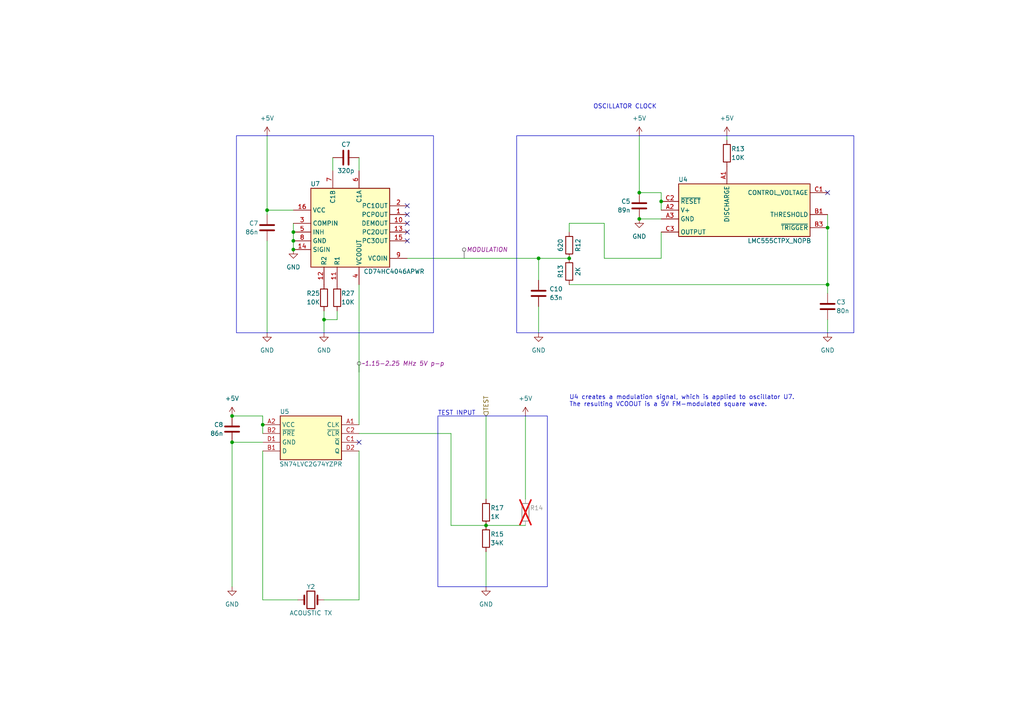
<source format=kicad_sch>
(kicad_sch (version 20230409) (generator eeschema)
  (paper "A4")
  (lib_symbols
    (symbol "Device:C" (pin_numbers hide) (pin_names (offset 0.254))
      (property "Reference" "C" (at 0.635 2.54 0))
      (property "Value" "C" (at 0.635 -2.54 0))
      (symbol "C_0_1"
        (polyline (pts (xy -2.032 -0.762) (xy 2.032 -0.762)) (stroke (width 0.508)))
        (polyline (pts (xy -2.032 0.762) (xy 2.032 0.762)) (stroke (width 0.508)))
      )
      (symbol "C_1_1"
        (pin passive line (at 0 3.81 270) (length 2.794) (name "~") (number "1"))
        (pin passive line (at 0 -3.81 90) (length 2.794) (name "~") (number "2"))
      )
    )
    (symbol "Device:Crystal" (pin_numbers hide) (pin_names (offset 1.016) hide)
      (property "Reference" "Y" (at 0 3.81 0))
      (property "Value" "Crystal" (at 0 -3.81 0))
      (symbol "Crystal_0_1"
        (rectangle (start -1.143 2.54) (end 1.143 -2.54) (stroke (width 0.3048)))
        (polyline (pts (xy -2.54 0) (xy -1.905 0)))
        (polyline (pts (xy -1.905 -1.27) (xy -1.905 1.27)) (stroke (width 0.508)))
        (polyline (pts (xy 1.905 -1.27) (xy 1.905 1.27)) (stroke (width 0.508)))
        (polyline (pts (xy 2.54 0) (xy 1.905 0)))
      )
      (symbol "Crystal_1_1"
        (pin passive line (at -3.81 0 0) (length 1.27) (name "1") (number "1"))
        (pin passive line (at 3.81 0 180) (length 1.27) (name "2") (number "2"))
      )
    )
    (symbol "Device:R" (pin_numbers hide) (pin_names (offset 0))
      (property "Reference" "R" (at 2.032 0 90))
      (property "Value" "R" (at 0 0 90))
      (symbol "R_0_1"
        (rectangle (start -1.016 -2.54) (end 1.016 2.54) (stroke (width 0.254)))
      )
      (symbol "R_1_1"
        (pin passive line (at 0 3.81 270) (length 1.27) (name "~") (number "1"))
        (pin passive line (at 0 -3.81 90) (length 1.27) (name "~") (number "2"))
      )
    )
    (symbol "SamacSys_Parts:CD74HC4046APWR"
      (property "Reference" "U7" (at 7.62 3.81 0))
      (property "Value" "CD74HC4046APWR" (at 29.21 -21.59 0))
      (symbol "CD74HC4046APWR_1_1"
        (rectangle (start 5.08 2.54) (end 27.94 -20.32) (stroke (width 0.254)) (fill (type background)))
        (pin passive line (at 33.02 -5.08 180) (length 5.08) (name "PCPOUT") (number "1"))
        (pin passive line (at 33.02 -7.62 180) (length 5.08) (name "DEMOUT") (number "10"))
        (pin passive line (at 12.7 -25.4 90) (length 5.08) (name "R1") (number "11"))
        (pin passive line (at 8.89 -25.4 90) (length 5.08) (name "R2") (number "12"))
        (pin passive line (at 33.02 -10.16 180) (length 5.08) (name "PC2OUT") (number "13"))
        (pin passive line (at 0 -15.24 0) (length 5.08) (name "SIGIN") (number "14"))
        (pin passive line (at 33.02 -12.7 180) (length 5.08) (name "PC3OUT") (number "15"))
        (pin passive line (at 0 -3.81 0) (length 5.08) (name "VCC") (number "16"))
        (pin passive line (at 33.02 -2.54 180) (length 5.08) (name "PC1OUT") (number "2"))
        (pin passive line (at 0 -7.62 0) (length 5.08) (name "COMPIN") (number "3"))
        (pin passive line (at 19.05 -25.4 90) (length 5.08) (name "VCOOUT") (number "4"))
        (pin passive line (at 0 -10.16 0) (length 5.08) (name "INH") (number "5"))
        (pin passive line (at 19.05 7.62 270) (length 5.08) (name "C1A") (number "6"))
        (pin passive line (at 11.43 7.62 270) (length 5.08) (name "C1B") (number "7"))
        (pin passive line (at 0 -12.7 0) (length 5.08) (name "GND") (number "8"))
        (pin passive line (at 33.02 -17.78 180) (length 5.08) (name "VCOIN") (number "9"))
      )
    )
    (symbol "SamacSys_Parts:LMC555CTPX_NOPB"
      (property "Reference" "U4" (at 6.35 3.81 0))
      (property "Value" "LMC555CTPX_NOPB" (at 34.29 -13.97 0))
      (symbol "LMC555CTPX_NOPB_1_1"
        (rectangle (start 5.08 2.54) (end 43.18 -12.7) (stroke (width 0.254)) (fill (type background)))
        (pin passive line (at 19.05 7.62 270) (length 5.08) (name "DISCHARGE") (number "A1"))
        (pin passive line (at 0 -5.08 0) (length 5.08) (name "V+") (number "A2"))
        (pin passive line (at 0 -7.62 0) (length 5.08) (name "GND") (number "A3"))
        (pin passive line (at 48.26 -6.35 180) (length 5.08) (name "THRESHOLD") (number "B1"))
        (pin passive line (at 48.26 -10.16 180) (length 5.08) (name "~{TRIGGER}") (number "B3"))
        (pin passive line (at 48.26 0 180) (length 5.08) (name "CONTROL_VOLTAGE") (number "C1"))
        (pin passive line (at 0 -2.54 0) (length 5.08) (name "~{RESET}") (number "C2"))
        (pin passive line (at 0 -11.43 0) (length 5.08) (name "OUTPUT") (number "C3"))
      )
    )
    (symbol "SamacSys_Parts:SN74LVC2G74YZPR"
      (property "Reference" "IC1" (at 6.35 3.81 0))
      (property "Value" "SN74LVC2G74YZPR" (at 13.97 -11.43 0))
      (symbol "SN74LVC2G74YZPR_1_1"
        (rectangle (start 5.08 2.54) (end 22.86 -10.16) (stroke (width 0.254)) (fill (type background)))
        (pin passive line (at 27.94 0 180) (length 5.08) (name "CLK") (number "A1"))
        (pin passive line (at 0 0 0) (length 5.08) (name "VCC") (number "A2"))
        (pin passive line (at 0 -7.62 0) (length 5.08) (name "D") (number "B1"))
        (pin passive line (at 0 -2.54 0) (length 5.08) (name "~{PRE}") (number "B2"))
        (pin passive line (at 27.94 -5.08 180) (length 5.08) (name "~{Q}") (number "C1"))
        (pin passive line (at 27.94 -2.54 180) (length 5.08) (name "~{CLR}") (number "C2"))
        (pin passive line (at 0 -5.08 0) (length 5.08) (name "GND") (number "D1"))
        (pin passive line (at 27.94 -7.62 180) (length 5.08) (name "Q") (number "D2"))
      )
    )
    (symbol "power:+5V" (power) (pin_names (offset 0))
      (property "Value" "+5V" (at 0 3.556 0))
      (symbol "+5V_0_1"
        (polyline (pts (xy -0.762 1.27) (xy 0 2.54)))
        (polyline (pts (xy 0 0) (xy 0 2.54)))
        (polyline (pts (xy 0 2.54) (xy 0.762 1.27)))
      )
      (symbol "+5V_1_1"
        (pin power_in line (at 0 0 90) (length 0) hide (name "+5V") (number "1"))
      )
    )
    (symbol "power:GND" (power) (pin_names (offset 0))
      (property "Value" "GND" (at 0 -3.81 0))
      (symbol "GND_0_1"
        (polyline (pts (xy 0 0) (xy 0 -1.27) (xy 1.27 -1.27) (xy 0 -2.54) (xy -1.27 -1.27) (xy 0 -1.27)))
      )
      (symbol "GND_1_1"
        (pin power_in line (at 0 0 270) (length 0) hide (name "GND") (number "1"))
      )
    )
  )
  (junction (at 67.31 120.65))
  (junction (at 240.03 82.55))
  (junction (at 140.97 152.4))
  (junction (at 185.42 63.5))
  (junction (at 191.77 58.42))
  (junction (at 77.47 60.96))
  (junction (at 240.03 66.04))
  (junction (at 85.09 72.39))
  (junction (at 165.1 74.93))
  (junction (at 85.09 69.85))
  (junction (at 185.42 55.88))
  (junction (at 156.21 74.93))
  (junction (at 76.2 123.19))
  (junction (at 85.09 67.31))
  (junction (at 67.31 128.27))
  (junction (at 93.98 92.71))
  (no_connect (at 118.11 59.69))
  (no_connect (at 118.11 62.23))
  (no_connect (at 118.11 64.77))
  (no_connect (at 240.03 55.88))
  (no_connect (at 118.11 69.85))
  (no_connect (at 104.14 128.27))
  (no_connect (at 118.11 67.31))
  (wire (pts (xy 152.4 120.65) (xy 152.4 144.78)))
  (wire (pts (xy 76.2 130.81) (xy 76.2 173.99)))
  (wire (pts (xy 93.98 90.17) (xy 93.98 92.71)))
  (wire (pts (xy 77.47 39.37) (xy 77.47 60.96)))
  (wire (pts (xy 104.14 173.99) (xy 93.98 173.99)))
  (wire (pts (xy 76.2 123.19) (xy 76.2 125.73)))
  (wire (pts (xy 85.09 69.85) (xy 85.09 72.39)))
  (wire (pts (xy 96.52 49.53) (xy 96.52 45.72)))
  (wire (pts (xy 130.81 125.73) (xy 104.14 125.73)))
  (wire (pts (xy 97.79 90.17) (xy 97.79 92.71)))
  (wire (pts (xy 85.09 67.31) (xy 85.09 69.85)))
  (wire (pts (xy 67.31 128.27) (xy 76.2 128.27)))
  (wire (pts (xy 104.14 82.55) (xy 104.14 123.19)))
  (wire (pts (xy 175.26 74.93) (xy 191.77 74.93)))
  (wire (pts (xy 191.77 55.88) (xy 191.77 58.42)))
  (wire (pts (xy 140.97 120.65) (xy 140.97 144.78)))
  (wire (pts (xy 85.09 60.96) (xy 77.47 60.96)))
  (wire (pts (xy 165.1 64.77) (xy 175.26 64.77)))
  (wire (pts (xy 140.97 152.4) (xy 152.4 152.4)))
  (wire (pts (xy 165.1 67.31) (xy 165.1 64.77)))
  (wire (pts (xy 191.77 58.42) (xy 191.77 60.96)))
  (wire (pts (xy 67.31 170.18) (xy 67.31 128.27)))
  (wire (pts (xy 210.82 39.37) (xy 210.82 40.64)))
  (wire (pts (xy 93.98 92.71) (xy 97.79 92.71)))
  (wire (pts (xy 240.03 96.52) (xy 240.03 92.71)))
  (wire (pts (xy 175.26 64.77) (xy 175.26 74.93)))
  (wire (pts (xy 191.77 67.31) (xy 191.77 74.93)))
  (wire (pts (xy 140.97 170.18) (xy 140.97 160.02)))
  (wire (pts (xy 67.31 120.65) (xy 76.2 120.65)))
  (wire (pts (xy 104.14 130.81) (xy 104.14 173.99)))
  (wire (pts (xy 77.47 69.85) (xy 77.47 96.52)))
  (wire (pts (xy 240.03 66.04) (xy 240.03 82.55)))
  (wire (pts (xy 240.03 62.23) (xy 240.03 66.04)))
  (wire (pts (xy 130.81 125.73) (xy 130.81 152.4)))
  (wire (pts (xy 76.2 120.65) (xy 76.2 123.19)))
  (wire (pts (xy 165.1 82.55) (xy 240.03 82.55)))
  (wire (pts (xy 104.14 45.72) (xy 104.14 49.53)))
  (wire (pts (xy 77.47 60.96) (xy 77.47 62.23)))
  (wire (pts (xy 93.98 96.52) (xy 93.98 92.71)))
  (wire (pts (xy 240.03 82.55) (xy 240.03 85.09)))
  (wire (pts (xy 185.42 39.37) (xy 185.42 55.88)))
  (wire (pts (xy 156.21 81.28) (xy 156.21 74.93)))
  (wire (pts (xy 130.81 152.4) (xy 140.97 152.4)))
  (wire (pts (xy 118.11 74.93) (xy 156.21 74.93)))
  (wire (pts (xy 156.21 74.93) (xy 165.1 74.93)))
  (wire (pts (xy 185.42 63.5) (xy 191.77 63.5)))
  (wire (pts (xy 85.09 64.77) (xy 85.09 67.31)))
  (wire (pts (xy 185.42 55.88) (xy 191.77 55.88)))
  (wire (pts (xy 156.21 88.9) (xy 156.21 96.52)))
  (wire (pts (xy 76.2 173.99) (xy 86.36 173.99)))
  (rectangle (start 68.58 39.37) (end 125.73 96.52))
  (rectangle (start 127 120.65) (end 158.75 170.18))
  (rectangle (start 149.86 39.37) (end 247.65 96.52))
  (text "OSCILLATOR CLOCK" (at 190.5 31.75 0) (effects (font (size 1.27 1.27)) (justify right bottom)))
  (text "TEST INPUT" (at 127 120.65 0) (effects (font (size 1.27 1.27)) (justify left bottom)))
  (text "U4 creates a modulation signal, which is applied to oscillator U7.\nThe resulting VCOOUT is a 5V FM-modulated square wave." (at 165.1 118.11 0) (effects (font (size 1.27 1.27)) (justify left bottom)))
  (hierarchical_label "TEST" (shape input) (at 140.97 120.65 90))
  (netclass_flag "" (length 2.54) (shape round) (at 134.62 74.93 0) (property "Netclass" "MODULATION" (at 135.3185 72.39 0) (effects (font italic) (justify left))))
  (netclass_flag "" (length 2.54) (shape round) (at 104.14 107.95 0) (property "Netclass" "~1.15-2.25 MHz 5V p-p" (at 104.8385 105.41 0) (effects (font italic) (justify left))))
  (symbol (lib_id "Device:R") (at 97.79 86.36 180) (unit 1)
    (property "Reference" "R27" (at 102.87 85.09 0) (effects (justify left)))
    (property "Value" "10K" (at 102.87 87.63 0) (effects (justify left)))
    (property "Footprint" "mg_footprints:C_0603Metric" (effects hide))
  )
  (symbol (lib_id "power:GND") (at 185.42 63.5 0) (unit 1)
    (property "Reference" "#PWR06" (effects hide))
    (property "Value" "GND" (at 185.42 68.58 0))
    (instances (project "mg" (path "" (reference "#PWR06") (unit 1)) (path "" (reference "#PWR09") (unit 1))))
  )
  (symbol (lib_id "Device:R") (at 140.97 156.21 0) (unit 1)
    (property "Reference" "R15" (at 142.24 154.94 0) (effects (justify left)))
    (property "Value" "34K" (at 142.24 157.48 0) (effects (justify left)))
    (property "Footprint" "mg_footprints:C_0603Metric" (effects hide))
  )
  (symbol (lib_id "power:GND") (at 77.47 96.52 0) (unit 1)
    (property "Reference" "#PWR06" (effects hide))
    (property "Value" "GND" (at 77.47 101.6 0))
  )
  (symbol (lib_id "Device:C") (at 100.33 45.72 90) (unit 1)
    (property "Reference" "C7" (at 100.33 41.91 90))
    (property "Value" "320p" (at 100.33 49.53 90))
    (property "Footprint" "mg_footprints:C_0603Metric" (effects hide))
    (instances (project "mg" (path "" (reference "C7") (unit 1)) (path "" (reference "C9") (unit 1))))
  )
  (symbol (lib_id "Device:Crystal") (at 90.17 173.99 0) (unit 1)
    (property "Reference" "Y2" (at 90.17 170.18 0))
    (property "Value" "ACOUSTIC TX" (at 90.17 177.8 0))
    (property "Footprint" "mg_footprints:piezo" (effects hide))
  )
  (symbol (lib_id "Device:C") (at 156.21 85.09 180) (unit 1)
    (property "Reference" "C10" (at 161.29 83.82 0))
    (property "Value" "63n" (at 161.29 86.36 0))
    (property "Footprint" "mg_footprints:C_0603Metric" (effects hide))
  )
  (symbol (lib_id "Device:R") (at 93.98 86.36 0) (unit 1)
    (property "Reference" "R25" (at 88.9 85.09 0) (effects (justify left)))
    (property "Value" "10K" (at 88.9 87.63 0) (effects (justify left)))
    (property "Footprint" "mg_footprints:C_0603Metric" (effects hide))
  )
  (symbol (lib_id "SamacSys_Parts:CD74HC4046APWR") (at 85.09 57.15 0) (unit 1)
    (property "Reference" "U7" (at 91.44 53.34 0))
    (property "Value" "CD74HC4046APWR" (at 114.3 78.74 0))
    (property "Footprint" "SOP65P640X120-16N" (effects hide))
    (property "Datasheet" "https://datasheet.datasheetarchive.com/originals/distributors/Datasheets-302/22790.pdf" (effects hide))
    (property "Height" "1.2" (effects hide))
    (property "Mouser Part Number" "595-CD74HC4046APWR" (effects hide))
    (property "Mouser Price/Stock" "https://www.mouser.co.uk/ProductDetail/Texas-Instruments/CD74HC4046APWR?qs=IF4wzcbwb3o87anpxw28Ow%3D%3D" (effects hide))
    (property "Manufacturer_Name" "Texas Instruments" (effects hide))
    (property "Manufacturer_Part_Number" "CD74HC4046APWR" (effects hide))
  )
  (symbol (lib_id "power:+5V") (at 77.47 39.37 0) (unit 1)
    (property "Reference" "#PWR018" (effects hide))
    (property "Value" "+5V" (at 77.47 34.29 0))
  )
  (symbol (lib_id "power:GND") (at 240.03 96.52 0) (unit 1)
    (property "Reference" "#PWR06" (effects hide))
    (property "Value" "GND" (at 240.03 101.6 0))
    (instances (project "mg" (path "" (reference "#PWR06") (unit 1)) (path "" (reference "#PWR019") (unit 1))))
  )
  (symbol (lib_id "Device:R") (at 140.97 148.59 0) (unit 1)
    (property "Reference" "R17" (at 142.24 147.32 0) (effects (justify left)))
    (property "Value" "1K" (at 142.24 149.86 0) (effects (justify left)))
    (property "Footprint" "mg_footprints:C_0603Metric" (effects hide))
  )
  (symbol (lib_id "Device:C") (at 240.03 88.9 0) (unit 1)
    (property "Reference" "C3" (at 242.57 87.63 0) (effects (justify left)))
    (property "Value" "80n" (at 242.57 90.17 0) (effects (justify left)))
    (property "Footprint" "mg_footprints:C_0603Metric" (effects hide))
  )
  (symbol (lib_id "SamacSys_Parts:SN74LVC2G74YZPR") (at 76.2 123.19 0) (unit 1)
    (property "Reference" "U5" (at 82.55 119.38 0))
    (property "Value" "SN74LVC2G74YZPR" (at 90.17 134.62 0))
    (property "Footprint" "BGA8C50P2X4_89X189X50" (effects hide))
    (property "Datasheet" "http://www.ti.com/lit/gpn/sn74lvc2g74" (effects hide))
    (property "Height" "0.5" (effects hide))
    (property "Mouser Part Number" "595-SN74LVC2G74YZPR" (effects hide))
    (property "Mouser Price/Stock" "https://www.mouser.co.uk/ProductDetail/Texas-Instruments/SN74LVC2G74YZPR?qs=N6WZOzgtpqXIK4CtJZkUHQ%3D%3D" (effects hide))
    (property "Manufacturer_Name" "Texas Instruments" (effects hide))
    (property "Manufacturer_Part_Number" "SN74LVC2G74YZPR" (effects hide))
  )
  (symbol (lib_id "Device:C") (at 77.47 66.04 180) (unit 1)
    (property "Reference" "C7" (at 74.93 64.77 0) (effects (justify left)))
    (property "Value" "86n" (at 74.93 67.31 0) (effects (justify left)))
    (property "Footprint" "mg_footprints:C_0603Metric" (effects hide))
  )
  (symbol (lib_id "Device:R") (at 210.82 44.45 0) (unit 1)
    (property "Reference" "R13" (at 212.09 43.18 0) (effects (justify left)))
    (property "Value" "10K" (at 212.09 45.72 0) (effects (justify left)))
    (property "Footprint" "mg_footprints:C_0603Metric" (effects hide))
  )
  (symbol (lib_id "power:GND") (at 85.09 72.39 0) (unit 1)
    (property "Reference" "#PWR06" (effects hide))
    (property "Value" "GND" (at 85.09 77.47 0))
    (instances (project "mg" (path "" (reference "#PWR06") (unit 1)) (path "" (reference "#PWR08") (unit 1))))
  )
  (symbol (lib_id "power:+5V") (at 210.82 39.37 0) (unit 1)
    (property "Reference" "#PWR020" (effects hide))
    (property "Value" "+5V" (at 210.82 34.29 0))
  )
  (symbol (lib_id "power:GND") (at 93.98 96.52 0) (unit 1)
    (property "Reference" "#PWR06" (effects hide))
    (property "Value" "GND" (at 93.98 101.6 0))
    (instances (project "mg" (path "" (reference "#PWR06") (unit 1)) (path "" (reference "#PWR07") (unit 1))))
  )
  (symbol (lib_id "power:+5V") (at 185.42 39.37 0) (unit 1)
    (property "Reference" "#PWR038" (effects hide))
    (property "Value" "+5V" (at 185.42 34.29 0))
  )
  (symbol (lib_id "Device:C") (at 185.42 59.69 180) (unit 1)
    (property "Reference" "C5" (at 182.88 58.42 0) (effects (justify left)))
    (property "Value" "89n" (at 182.88 60.96 0) (effects (justify left)))
    (property "Footprint" "mg_footprints:C_0603Metric" (effects hide))
  )
  (symbol (lib_id "Device:R") (at 165.1 78.74 0) (unit 1)
    (property "Reference" "R13" (at 162.56 78.74 90))
    (property "Value" "2K" (at 167.64 78.74 90))
    (property "Footprint" "mg_footprints:C_0603Metric" (effects hide))
    (instances (project "mg" (path "" (reference "R13") (unit 1)) (path "" (reference "R12") (unit 1))))
  )
  (symbol (lib_id "SamacSys_Parts:LMC555CTPX_NOPB") (at 191.77 55.88 0) (unit 1)
    (property "Reference" "U4" (at 198.12 52.07 0))
    (property "Value" "LMC555CTPX_NOPB" (at 226.06 69.85 0))
    (property "Footprint" "BGA8C50P3X3_141X143X58" (effects hide))
    (property "Datasheet" "http://www.ti.com/lit/gpn/LMC555" (effects hide))
    (property "Height" "0.575" (effects hide))
    (property "Mouser Part Number" "926-LMC555CTPX/NOPB" (effects hide))
    (property "Mouser Price/Stock" "https://www.mouser.co.uk/ProductDetail/Texas-Instruments/LMC555CTPX-NOPB?qs=QbsRYf82W3GfwFtCRJqalg%3D%3D" (effects hide))
    (property "Manufacturer_Name" "Texas Instruments" (effects hide))
    (property "Manufacturer_Part_Number" "LMC555CTPX/NOPB" (effects hide))
  )
  (symbol (lib_id "power:+5V") (at 152.4 120.65 0) (unit 1)
    (property "Reference" "#PWR027" (effects hide))
    (property "Value" "+5V" (at 152.4 115.57 0))
    (instances (project "mg" (path "" (reference "#PWR027") (unit 1)) (path "" (reference "#PWR044") (unit 1))))
  )
  (symbol (lib_id "power:GND") (at 67.31 170.18 0) (unit 1)
    (property "Reference" "#PWR026" (effects hide))
    (property "Value" "GND" (at 67.31 175.26 0))
    (instances (project "mg" (path "" (reference "#PWR026") (unit 1)) (path "" (reference "#PWR041") (unit 1))))
  )
  (symbol (lib_id "power:GND") (at 156.21 96.52 0) (unit 1)
    (property "Reference" "#PWR06" (effects hide))
    (property "Value" "GND" (at 156.21 101.6 0))
    (instances (project "mg" (path "" (reference "#PWR06") (unit 1)) (path "" (reference "#PWR039") (unit 1))))
  )
  (symbol (lib_id "power:GND") (at 140.97 170.18 0) (unit 1)
    (property "Reference" "#PWR017" (effects hide))
    (property "Value" "GND" (at 140.97 175.26 0))
    (instances (project "mg" (path "" (reference "#PWR017") (unit 1)) (path "" (reference "#PWR045") (unit 1))))
  )
  (symbol (lib_id "power:+5V") (at 67.31 120.65 0) (unit 1)
    (property "Reference" "#PWR012" (effects hide))
    (property "Value" "+5V" (at 67.31 115.57 0))
    (instances (project "mg" (path "" (reference "#PWR012") (unit 1)) (path "" (reference "#PWR040") (unit 1))))
  )
  (symbol (lib_id "Device:R") (at 152.4 148.59 0) (unit 1) (dnp yes)
    (property "Reference" "R14" (at 153.67 147.32 0) (effects (justify left)))
    (property "Footprint" "mg_footprints:C_0603Metric" (effects hide))
  )
  (symbol (lib_id "Device:R") (at 165.1 71.12 0) (unit 1)
    (property "Reference" "R12" (at 167.64 71.12 90))
    (property "Value" "620" (at 162.56 71.12 90))
    (property "Footprint" "mg_footprints:C_0603Metric" (effects hide))
    (instances (project "mg" (path "" (reference "R12") (unit 1)) (path "" (reference "R16") (unit 1))))
  )
  (symbol (lib_id "Device:C") (at 67.31 124.46 0) (unit 1)
    (property "Reference" "C8" (at 64.77 123.19 0) (effects (justify right)))
    (property "Value" "86n" (at 64.77 125.73 0) (effects (justify right)))
    (property "Footprint" "mg_footprints:C_0603Metric" (effects hide))
  )
)
</source>
